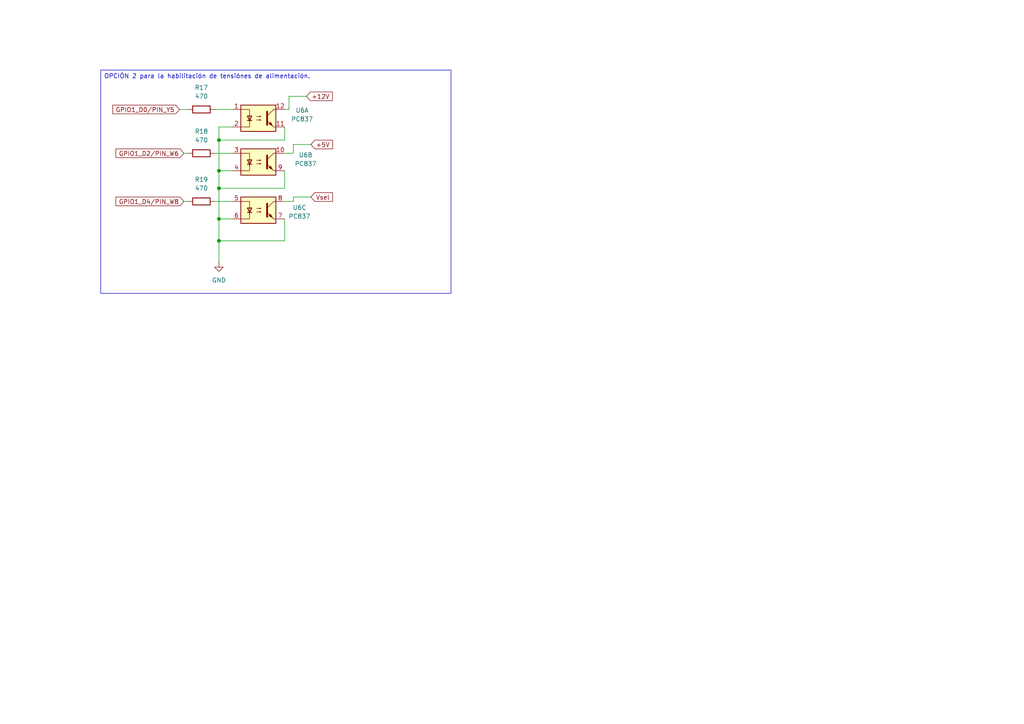
<source format=kicad_sch>
(kicad_sch
	(version 20250114)
	(generator "eeschema")
	(generator_version "9.0")
	(uuid "b0482117-2cff-4298-a95e-0fa87591326e")
	(paper "A4")
	(lib_symbols
		(symbol "Device:R"
			(pin_numbers
				(hide yes)
			)
			(pin_names
				(offset 0)
			)
			(exclude_from_sim no)
			(in_bom yes)
			(on_board yes)
			(property "Reference" "R"
				(at 2.032 0 90)
				(effects
					(font
						(size 1.27 1.27)
					)
				)
			)
			(property "Value" "R"
				(at 0 0 90)
				(effects
					(font
						(size 1.27 1.27)
					)
				)
			)
			(property "Footprint" ""
				(at -1.778 0 90)
				(effects
					(font
						(size 1.27 1.27)
					)
					(hide yes)
				)
			)
			(property "Datasheet" "~"
				(at 0 0 0)
				(effects
					(font
						(size 1.27 1.27)
					)
					(hide yes)
				)
			)
			(property "Description" "Resistor"
				(at 0 0 0)
				(effects
					(font
						(size 1.27 1.27)
					)
					(hide yes)
				)
			)
			(property "ki_keywords" "R res resistor"
				(at 0 0 0)
				(effects
					(font
						(size 1.27 1.27)
					)
					(hide yes)
				)
			)
			(property "ki_fp_filters" "R_*"
				(at 0 0 0)
				(effects
					(font
						(size 1.27 1.27)
					)
					(hide yes)
				)
			)
			(symbol "R_0_1"
				(rectangle
					(start -1.016 -2.54)
					(end 1.016 2.54)
					(stroke
						(width 0.254)
						(type default)
					)
					(fill
						(type none)
					)
				)
			)
			(symbol "R_1_1"
				(pin passive line
					(at 0 3.81 270)
					(length 1.27)
					(name "~"
						(effects
							(font
								(size 1.27 1.27)
							)
						)
					)
					(number "1"
						(effects
							(font
								(size 1.27 1.27)
							)
						)
					)
				)
				(pin passive line
					(at 0 -3.81 90)
					(length 1.27)
					(name "~"
						(effects
							(font
								(size 1.27 1.27)
							)
						)
					)
					(number "2"
						(effects
							(font
								(size 1.27 1.27)
							)
						)
					)
				)
			)
			(embedded_fonts no)
		)
		(symbol "Isolator:PC837"
			(pin_names
				(offset 1.016)
			)
			(exclude_from_sim no)
			(in_bom yes)
			(on_board yes)
			(property "Reference" "U"
				(at -5.08 5.08 0)
				(effects
					(font
						(size 1.27 1.27)
					)
					(justify left)
				)
			)
			(property "Value" "PC837"
				(at 0 5.08 0)
				(effects
					(font
						(size 1.27 1.27)
					)
					(justify left)
				)
			)
			(property "Footprint" "Package_DIP:DIP-12_W7.62mm"
				(at -5.08 -5.08 0)
				(effects
					(font
						(size 1.27 1.27)
						(italic yes)
					)
					(justify left)
					(hide yes)
				)
			)
			(property "Datasheet" "http://www.soselectronic.cz/a_info/resource/d/pc817.pdf"
				(at 0 0 0)
				(effects
					(font
						(size 1.27 1.27)
					)
					(justify left)
					(hide yes)
				)
			)
			(property "Description" "DC Triple Optocoupler, Vce 35V, CTR 50-300%, DIP12"
				(at 0 0 0)
				(effects
					(font
						(size 1.27 1.27)
					)
					(hide yes)
				)
			)
			(property "ki_keywords" "NPN DC Triple Optocoupler"
				(at 0 0 0)
				(effects
					(font
						(size 1.27 1.27)
					)
					(hide yes)
				)
			)
			(property "ki_fp_filters" "DIP*W7.62mm*"
				(at 0 0 0)
				(effects
					(font
						(size 1.27 1.27)
					)
					(hide yes)
				)
			)
			(symbol "PC837_0_1"
				(rectangle
					(start -5.08 3.81)
					(end 5.08 -3.81)
					(stroke
						(width 0.254)
						(type default)
					)
					(fill
						(type background)
					)
				)
				(polyline
					(pts
						(xy -5.08 2.54) (xy -2.54 2.54) (xy -2.54 -1.27) (xy -2.54 0.635)
					)
					(stroke
						(width 0)
						(type default)
					)
					(fill
						(type none)
					)
				)
				(polyline
					(pts
						(xy -3.175 -0.635) (xy -1.905 -0.635)
					)
					(stroke
						(width 0.254)
						(type default)
					)
					(fill
						(type none)
					)
				)
				(polyline
					(pts
						(xy -2.54 -0.635) (xy -2.54 -2.54) (xy -5.08 -2.54)
					)
					(stroke
						(width 0)
						(type default)
					)
					(fill
						(type none)
					)
				)
				(polyline
					(pts
						(xy -2.54 -0.635) (xy -3.175 0.635) (xy -1.905 0.635) (xy -2.54 -0.635)
					)
					(stroke
						(width 0.254)
						(type default)
					)
					(fill
						(type none)
					)
				)
				(polyline
					(pts
						(xy -0.508 0.508) (xy 0.762 0.508) (xy 0.381 0.381) (xy 0.381 0.635) (xy 0.762 0.508)
					)
					(stroke
						(width 0)
						(type default)
					)
					(fill
						(type none)
					)
				)
				(polyline
					(pts
						(xy -0.508 -0.508) (xy 0.762 -0.508) (xy 0.381 -0.635) (xy 0.381 -0.381) (xy 0.762 -0.508)
					)
					(stroke
						(width 0)
						(type default)
					)
					(fill
						(type none)
					)
				)
				(polyline
					(pts
						(xy 2.54 1.905) (xy 2.54 -1.905) (xy 2.54 -1.905)
					)
					(stroke
						(width 0.508)
						(type default)
					)
					(fill
						(type none)
					)
				)
				(polyline
					(pts
						(xy 2.54 0.635) (xy 4.445 2.54)
					)
					(stroke
						(width 0)
						(type default)
					)
					(fill
						(type none)
					)
				)
				(polyline
					(pts
						(xy 3.048 -1.651) (xy 3.556 -1.143) (xy 4.064 -2.159) (xy 3.048 -1.651) (xy 3.048 -1.651)
					)
					(stroke
						(width 0)
						(type default)
					)
					(fill
						(type outline)
					)
				)
				(polyline
					(pts
						(xy 4.445 2.54) (xy 5.08 2.54)
					)
					(stroke
						(width 0)
						(type default)
					)
					(fill
						(type none)
					)
				)
				(polyline
					(pts
						(xy 4.445 -2.54) (xy 2.54 -0.635)
					)
					(stroke
						(width 0)
						(type default)
					)
					(fill
						(type outline)
					)
				)
				(polyline
					(pts
						(xy 4.445 -2.54) (xy 5.08 -2.54)
					)
					(stroke
						(width 0)
						(type default)
					)
					(fill
						(type none)
					)
				)
			)
			(symbol "PC837_1_1"
				(pin passive line
					(at -7.62 2.54 0)
					(length 2.54)
					(name "~"
						(effects
							(font
								(size 1.27 1.27)
							)
						)
					)
					(number "1"
						(effects
							(font
								(size 1.27 1.27)
							)
						)
					)
				)
				(pin passive line
					(at -7.62 -2.54 0)
					(length 2.54)
					(name "~"
						(effects
							(font
								(size 1.27 1.27)
							)
						)
					)
					(number "2"
						(effects
							(font
								(size 1.27 1.27)
							)
						)
					)
				)
				(pin passive line
					(at 7.62 2.54 180)
					(length 2.54)
					(name "~"
						(effects
							(font
								(size 1.27 1.27)
							)
						)
					)
					(number "12"
						(effects
							(font
								(size 1.27 1.27)
							)
						)
					)
				)
				(pin passive line
					(at 7.62 -2.54 180)
					(length 2.54)
					(name "~"
						(effects
							(font
								(size 1.27 1.27)
							)
						)
					)
					(number "11"
						(effects
							(font
								(size 1.27 1.27)
							)
						)
					)
				)
			)
			(symbol "PC837_2_1"
				(pin passive line
					(at -7.62 2.54 0)
					(length 2.54)
					(name "~"
						(effects
							(font
								(size 1.27 1.27)
							)
						)
					)
					(number "3"
						(effects
							(font
								(size 1.27 1.27)
							)
						)
					)
				)
				(pin passive line
					(at -7.62 -2.54 0)
					(length 2.54)
					(name "~"
						(effects
							(font
								(size 1.27 1.27)
							)
						)
					)
					(number "4"
						(effects
							(font
								(size 1.27 1.27)
							)
						)
					)
				)
				(pin passive line
					(at 7.62 2.54 180)
					(length 2.54)
					(name "~"
						(effects
							(font
								(size 1.27 1.27)
							)
						)
					)
					(number "10"
						(effects
							(font
								(size 1.27 1.27)
							)
						)
					)
				)
				(pin passive line
					(at 7.62 -2.54 180)
					(length 2.54)
					(name "~"
						(effects
							(font
								(size 1.27 1.27)
							)
						)
					)
					(number "9"
						(effects
							(font
								(size 1.27 1.27)
							)
						)
					)
				)
			)
			(symbol "PC837_3_1"
				(pin passive line
					(at -7.62 2.54 0)
					(length 2.54)
					(name "~"
						(effects
							(font
								(size 1.27 1.27)
							)
						)
					)
					(number "5"
						(effects
							(font
								(size 1.27 1.27)
							)
						)
					)
				)
				(pin passive line
					(at -7.62 -2.54 0)
					(length 2.54)
					(name "~"
						(effects
							(font
								(size 1.27 1.27)
							)
						)
					)
					(number "6"
						(effects
							(font
								(size 1.27 1.27)
							)
						)
					)
				)
				(pin passive line
					(at 7.62 2.54 180)
					(length 2.54)
					(name "~"
						(effects
							(font
								(size 1.27 1.27)
							)
						)
					)
					(number "8"
						(effects
							(font
								(size 1.27 1.27)
							)
						)
					)
				)
				(pin passive line
					(at 7.62 -2.54 180)
					(length 2.54)
					(name "~"
						(effects
							(font
								(size 1.27 1.27)
							)
						)
					)
					(number "7"
						(effects
							(font
								(size 1.27 1.27)
							)
						)
					)
				)
			)
			(embedded_fonts no)
		)
		(symbol "power:GND"
			(power)
			(pin_numbers
				(hide yes)
			)
			(pin_names
				(offset 0)
				(hide yes)
			)
			(exclude_from_sim no)
			(in_bom yes)
			(on_board yes)
			(property "Reference" "#PWR"
				(at 0 -6.35 0)
				(effects
					(font
						(size 1.27 1.27)
					)
					(hide yes)
				)
			)
			(property "Value" "GND"
				(at 0 -3.81 0)
				(effects
					(font
						(size 1.27 1.27)
					)
				)
			)
			(property "Footprint" ""
				(at 0 0 0)
				(effects
					(font
						(size 1.27 1.27)
					)
					(hide yes)
				)
			)
			(property "Datasheet" ""
				(at 0 0 0)
				(effects
					(font
						(size 1.27 1.27)
					)
					(hide yes)
				)
			)
			(property "Description" "Power symbol creates a global label with name \"GND\" , ground"
				(at 0 0 0)
				(effects
					(font
						(size 1.27 1.27)
					)
					(hide yes)
				)
			)
			(property "ki_keywords" "global power"
				(at 0 0 0)
				(effects
					(font
						(size 1.27 1.27)
					)
					(hide yes)
				)
			)
			(symbol "GND_0_1"
				(polyline
					(pts
						(xy 0 0) (xy 0 -1.27) (xy 1.27 -1.27) (xy 0 -2.54) (xy -1.27 -1.27) (xy 0 -1.27)
					)
					(stroke
						(width 0)
						(type default)
					)
					(fill
						(type none)
					)
				)
			)
			(symbol "GND_1_1"
				(pin power_in line
					(at 0 0 270)
					(length 0)
					(name "~"
						(effects
							(font
								(size 1.27 1.27)
							)
						)
					)
					(number "1"
						(effects
							(font
								(size 1.27 1.27)
							)
						)
					)
				)
			)
			(embedded_fonts no)
		)
	)
	(text_box "OPCIÓN 2 para la habilitación de tensiónes de alimentación."
		(exclude_from_sim no)
		(at 29.21 20.32 0)
		(size 101.6 64.77)
		(margins 0.9525 0.9525 0.9525 0.9525)
		(stroke
			(width 0)
			(type solid)
		)
		(fill
			(type none)
		)
		(effects
			(font
				(size 1.27 1.27)
			)
			(justify left top)
		)
		(uuid "029559d1-bc05-4e1c-a5c0-1925d1c6979f")
	)
	(junction
		(at 63.5 40.64)
		(diameter 0)
		(color 0 0 0 0)
		(uuid "62f48484-706a-4056-be9a-5adc2a32b327")
	)
	(junction
		(at 63.5 63.5)
		(diameter 0)
		(color 0 0 0 0)
		(uuid "9672e29d-002e-4030-a309-ad5a964cbf13")
	)
	(junction
		(at 63.5 49.53)
		(diameter 0)
		(color 0 0 0 0)
		(uuid "a8148286-6ddd-450c-964d-6e589d22b138")
	)
	(junction
		(at 63.5 54.61)
		(diameter 0)
		(color 0 0 0 0)
		(uuid "de01b461-7a4b-480e-b472-5725400b23b8")
	)
	(junction
		(at 63.5 69.85)
		(diameter 0)
		(color 0 0 0 0)
		(uuid "ee233eda-244c-4017-b0fc-38e21af93fcb")
	)
	(wire
		(pts
			(xy 82.55 63.5) (xy 82.55 69.85)
		)
		(stroke
			(width 0)
			(type default)
		)
		(uuid "02b03705-d69e-440e-bc88-8818e754bfa5")
	)
	(wire
		(pts
			(xy 83.82 27.94) (xy 88.9 27.94)
		)
		(stroke
			(width 0)
			(type default)
		)
		(uuid "08246e46-8c1a-4930-ae76-e854d57f2396")
	)
	(wire
		(pts
			(xy 63.5 63.5) (xy 67.31 63.5)
		)
		(stroke
			(width 0)
			(type default)
		)
		(uuid "10d78441-afc7-44ce-ae97-a3050cc6f239")
	)
	(wire
		(pts
			(xy 85.09 44.45) (xy 85.09 41.91)
		)
		(stroke
			(width 0)
			(type default)
		)
		(uuid "11b33a41-bb63-4ef9-8ba1-10c6685c4bd5")
	)
	(wire
		(pts
			(xy 63.5 49.53) (xy 67.31 49.53)
		)
		(stroke
			(width 0)
			(type default)
		)
		(uuid "1337b034-8504-4b35-b51f-30d95fa0d65a")
	)
	(wire
		(pts
			(xy 63.5 54.61) (xy 63.5 63.5)
		)
		(stroke
			(width 0)
			(type default)
		)
		(uuid "187f6600-2f30-4954-8169-5cb10790245c")
	)
	(wire
		(pts
			(xy 82.55 36.83) (xy 82.55 40.64)
		)
		(stroke
			(width 0)
			(type default)
		)
		(uuid "1fb44354-593c-499a-b1a5-a0c6bbb8f4e5")
	)
	(wire
		(pts
			(xy 82.55 54.61) (xy 63.5 54.61)
		)
		(stroke
			(width 0)
			(type default)
		)
		(uuid "25d9becb-cd76-4c40-a017-c8d776c0067a")
	)
	(wire
		(pts
			(xy 62.23 58.42) (xy 67.31 58.42)
		)
		(stroke
			(width 0)
			(type default)
		)
		(uuid "375e74c4-ba32-4df4-9c2d-3c6e8681bd37")
	)
	(wire
		(pts
			(xy 63.5 63.5) (xy 63.5 69.85)
		)
		(stroke
			(width 0)
			(type default)
		)
		(uuid "37db6b54-d7e3-4a7d-a574-75ccf395e41f")
	)
	(wire
		(pts
			(xy 63.5 49.53) (xy 63.5 54.61)
		)
		(stroke
			(width 0)
			(type default)
		)
		(uuid "3db8aac7-8ea3-42f1-9c75-33d248631904")
	)
	(wire
		(pts
			(xy 82.55 49.53) (xy 82.55 54.61)
		)
		(stroke
			(width 0)
			(type default)
		)
		(uuid "3ee481ff-1d7d-4265-a85f-4566b589b427")
	)
	(wire
		(pts
			(xy 63.5 69.85) (xy 63.5 76.2)
		)
		(stroke
			(width 0)
			(type default)
		)
		(uuid "59d6f537-e66b-468d-b0c4-c3562ffcade6")
	)
	(wire
		(pts
			(xy 52.07 31.75) (xy 54.61 31.75)
		)
		(stroke
			(width 0)
			(type default)
		)
		(uuid "5acb56cf-3556-4fe4-ab83-d5b3a863aa7f")
	)
	(wire
		(pts
			(xy 85.09 58.42) (xy 85.09 57.15)
		)
		(stroke
			(width 0)
			(type default)
		)
		(uuid "5d032e6a-82d8-4610-b0f4-4b0983749c96")
	)
	(wire
		(pts
			(xy 63.5 36.83) (xy 63.5 40.64)
		)
		(stroke
			(width 0)
			(type default)
		)
		(uuid "5f87e447-9f8c-4022-b08c-03dc0c09f85d")
	)
	(wire
		(pts
			(xy 62.23 44.45) (xy 67.31 44.45)
		)
		(stroke
			(width 0)
			(type default)
		)
		(uuid "6c5fe946-b0ef-493e-8a9b-871c68c971df")
	)
	(wire
		(pts
			(xy 82.55 31.75) (xy 83.82 31.75)
		)
		(stroke
			(width 0)
			(type default)
		)
		(uuid "76775890-91dd-4793-b172-a1c6742709a3")
	)
	(wire
		(pts
			(xy 85.09 57.15) (xy 90.17 57.15)
		)
		(stroke
			(width 0)
			(type default)
		)
		(uuid "7a8846c0-b17f-426b-8714-50c1fef10698")
	)
	(wire
		(pts
			(xy 82.55 69.85) (xy 63.5 69.85)
		)
		(stroke
			(width 0)
			(type default)
		)
		(uuid "837e2c4f-fd59-4e74-8a57-3df04084d900")
	)
	(wire
		(pts
			(xy 53.34 44.45) (xy 54.61 44.45)
		)
		(stroke
			(width 0)
			(type default)
		)
		(uuid "8c9dd690-24e0-48c8-af1d-2569a5cfdef7")
	)
	(wire
		(pts
			(xy 53.34 58.42) (xy 54.61 58.42)
		)
		(stroke
			(width 0)
			(type default)
		)
		(uuid "a0e14a11-e557-4461-b329-c8358ca6975c")
	)
	(wire
		(pts
			(xy 83.82 31.75) (xy 83.82 27.94)
		)
		(stroke
			(width 0)
			(type default)
		)
		(uuid "a8d5c89f-7cd2-4ca7-8b78-99daa4c85f5f")
	)
	(wire
		(pts
			(xy 82.55 58.42) (xy 85.09 58.42)
		)
		(stroke
			(width 0)
			(type default)
		)
		(uuid "c053a181-f43a-4353-be70-ff55b4a2f58e")
	)
	(wire
		(pts
			(xy 67.31 36.83) (xy 63.5 36.83)
		)
		(stroke
			(width 0)
			(type default)
		)
		(uuid "c151619c-eb95-4963-b4b3-00688684c65d")
	)
	(wire
		(pts
			(xy 82.55 40.64) (xy 63.5 40.64)
		)
		(stroke
			(width 0)
			(type default)
		)
		(uuid "c68faa98-2ea4-41ff-a48c-cc7ece7624e5")
	)
	(wire
		(pts
			(xy 63.5 40.64) (xy 63.5 49.53)
		)
		(stroke
			(width 0)
			(type default)
		)
		(uuid "c6f0f248-5272-47ab-ab25-9f97b6914eb2")
	)
	(wire
		(pts
			(xy 62.23 31.75) (xy 67.31 31.75)
		)
		(stroke
			(width 0)
			(type default)
		)
		(uuid "f5107897-0046-42e8-9bda-e729c2e45c3d")
	)
	(wire
		(pts
			(xy 85.09 41.91) (xy 90.17 41.91)
		)
		(stroke
			(width 0)
			(type default)
		)
		(uuid "fa693606-fe8d-44f6-8208-3c529522093f")
	)
	(wire
		(pts
			(xy 82.55 44.45) (xy 85.09 44.45)
		)
		(stroke
			(width 0)
			(type default)
		)
		(uuid "faa523e9-b611-48c4-bdfe-de03478e1ce3")
	)
	(global_label "+12V"
		(shape input)
		(at 88.9 27.94 0)
		(fields_autoplaced yes)
		(effects
			(font
				(size 1.27 1.27)
			)
			(justify left)
		)
		(uuid "24a5ad62-c1a5-4b8b-b4b4-a560c618941a")
		(property "Intersheetrefs" "${INTERSHEET_REFS}"
			(at 96.9652 27.94 0)
			(effects
				(font
					(size 1.27 1.27)
				)
				(justify left)
				(hide yes)
			)
		)
	)
	(global_label "+5V"
		(shape input)
		(at 90.17 41.91 0)
		(fields_autoplaced yes)
		(effects
			(font
				(size 1.27 1.27)
			)
			(justify left)
		)
		(uuid "2c8da2d4-8f0d-47a3-8e41-f92cfa95f457")
		(property "Intersheetrefs" "${INTERSHEET_REFS}"
			(at 97.0257 41.91 0)
			(effects
				(font
					(size 1.27 1.27)
				)
				(justify left)
				(hide yes)
			)
		)
	)
	(global_label "GPIO1_D2{slash}PIN_W6"
		(shape input)
		(at 53.34 44.45 180)
		(fields_autoplaced yes)
		(effects
			(font
				(size 1.27 1.27)
			)
			(justify right)
		)
		(uuid "3146f481-f283-4dc8-b4c9-e6865c9358eb")
		(property "Intersheetrefs" "${INTERSHEET_REFS}"
			(at 33.0586 44.45 0)
			(effects
				(font
					(size 1.27 1.27)
				)
				(justify right)
				(hide yes)
			)
		)
	)
	(global_label "Vsel"
		(shape input)
		(at 90.17 57.15 0)
		(fields_autoplaced yes)
		(effects
			(font
				(size 1.27 1.27)
			)
			(justify left)
		)
		(uuid "381fed43-4b5d-400d-abba-4cedae69e875")
		(property "Intersheetrefs" "${INTERSHEET_REFS}"
			(at 97.0257 57.15 0)
			(effects
				(font
					(size 1.27 1.27)
				)
				(justify left)
				(hide yes)
			)
		)
	)
	(global_label "GPIO1_D4{slash}PIN_W8"
		(shape input)
		(at 53.34 58.42 180)
		(fields_autoplaced yes)
		(effects
			(font
				(size 1.27 1.27)
			)
			(justify right)
		)
		(uuid "4ba5fff4-965c-464f-80fe-2910b73997f8")
		(property "Intersheetrefs" "${INTERSHEET_REFS}"
			(at 33.0586 58.42 0)
			(effects
				(font
					(size 1.27 1.27)
				)
				(justify right)
				(hide yes)
			)
		)
	)
	(global_label "GPIO1_D0{slash}PIN_Y5"
		(shape input)
		(at 52.07 31.75 180)
		(fields_autoplaced yes)
		(effects
			(font
				(size 1.27 1.27)
			)
			(justify right)
		)
		(uuid "f0f86981-06da-4b45-b4fc-c0765de04af1")
		(property "Intersheetrefs" "${INTERSHEET_REFS}"
			(at 32.1514 31.75 0)
			(effects
				(font
					(size 1.27 1.27)
				)
				(justify right)
				(hide yes)
			)
		)
	)
	(symbol
		(lib_id "Device:R")
		(at 58.42 44.45 90)
		(unit 1)
		(exclude_from_sim no)
		(in_bom yes)
		(on_board yes)
		(dnp no)
		(fields_autoplaced yes)
		(uuid "2fe5f179-cd94-4a5f-9c81-c3459ea92953")
		(property "Reference" "R18"
			(at 58.42 38.1 90)
			(effects
				(font
					(size 1.27 1.27)
				)
			)
		)
		(property "Value" "470"
			(at 58.42 40.64 90)
			(effects
				(font
					(size 1.27 1.27)
				)
			)
		)
		(property "Footprint" ""
			(at 58.42 46.228 90)
			(effects
				(font
					(size 1.27 1.27)
				)
				(hide yes)
			)
		)
		(property "Datasheet" "~"
			(at 58.42 44.45 0)
			(effects
				(font
					(size 1.27 1.27)
				)
				(hide yes)
			)
		)
		(property "Description" "Resistor"
			(at 58.42 44.45 0)
			(effects
				(font
					(size 1.27 1.27)
				)
				(hide yes)
			)
		)
		(pin "1"
			(uuid "2c74e1ac-863b-4a85-9d75-e583cd4d894b")
		)
		(pin "2"
			(uuid "aa2a48df-fe75-41a1-8c3c-e9eb50939217")
		)
		(instances
			(project "TFG_EC"
				(path "/03cb4eb5-4821-4614-a602-b5718b8b667e/028a39ab-b500-4b7f-8ed7-bc270a9a83ea"
					(reference "R18")
					(unit 1)
				)
			)
		)
	)
	(symbol
		(lib_id "Isolator:PC837")
		(at 74.93 60.96 0)
		(unit 3)
		(exclude_from_sim no)
		(in_bom yes)
		(on_board yes)
		(dnp no)
		(uuid "6c0a502a-a217-4b6f-ba61-8b1e002cfb58")
		(property "Reference" "U6"
			(at 86.868 60.198 0)
			(effects
				(font
					(size 1.27 1.27)
				)
			)
		)
		(property "Value" "PC837"
			(at 86.868 62.738 0)
			(effects
				(font
					(size 1.27 1.27)
				)
			)
		)
		(property "Footprint" "Package_DIP:DIP-12_W7.62mm"
			(at 69.85 66.04 0)
			(effects
				(font
					(size 1.27 1.27)
					(italic yes)
				)
				(justify left)
				(hide yes)
			)
		)
		(property "Datasheet" "http://www.soselectronic.cz/a_info/resource/d/pc817.pdf"
			(at 74.93 60.96 0)
			(effects
				(font
					(size 1.27 1.27)
				)
				(justify left)
				(hide yes)
			)
		)
		(property "Description" "DC Triple Optocoupler, Vce 35V, CTR 50-300%, DIP12"
			(at 74.93 60.96 0)
			(effects
				(font
					(size 1.27 1.27)
				)
				(hide yes)
			)
		)
		(pin "8"
			(uuid "7368f84e-5af1-4d60-bb71-9a05e45b8d85")
		)
		(pin "12"
			(uuid "5c177509-0ad6-4035-95e3-11f403a896c4")
		)
		(pin "10"
			(uuid "25df4053-465e-4751-a46b-0993ce7b5d3d")
		)
		(pin "9"
			(uuid "02e38043-1d83-4a1f-93ed-dbfc5dbcf63f")
		)
		(pin "11"
			(uuid "47dd32ee-e87a-4257-986b-0ead6fbc806f")
		)
		(pin "5"
			(uuid "644a2915-f502-4f81-9c59-72225d04b8e5")
		)
		(pin "6"
			(uuid "d4dfa7a5-9697-4489-bf18-9a88fa17da12")
		)
		(pin "3"
			(uuid "d6b6cb99-996e-46c0-ab63-00c95b986005")
		)
		(pin "4"
			(uuid "78879207-37bb-4f1f-b1be-500552ae1164")
		)
		(pin "7"
			(uuid "f4ff384a-d0e6-46fc-9264-f7caceb2ec75")
		)
		(pin "1"
			(uuid "d19bcd19-e68c-4ff1-8d8c-4b330531c265")
		)
		(pin "2"
			(uuid "e35e17a0-7de8-4106-b4a2-fc02a4da81a6")
		)
		(instances
			(project "TFG_EC"
				(path "/03cb4eb5-4821-4614-a602-b5718b8b667e/028a39ab-b500-4b7f-8ed7-bc270a9a83ea"
					(reference "U6")
					(unit 3)
				)
			)
		)
	)
	(symbol
		(lib_id "power:GND")
		(at 63.5 76.2 0)
		(unit 1)
		(exclude_from_sim no)
		(in_bom yes)
		(on_board yes)
		(dnp no)
		(fields_autoplaced yes)
		(uuid "728d6b32-39c5-4bc3-b7a5-e9cfb3af55b9")
		(property "Reference" "#PWR08"
			(at 63.5 82.55 0)
			(effects
				(font
					(size 1.27 1.27)
				)
				(hide yes)
			)
		)
		(property "Value" "GND"
			(at 63.5 81.28 0)
			(effects
				(font
					(size 1.27 1.27)
				)
			)
		)
		(property "Footprint" ""
			(at 63.5 76.2 0)
			(effects
				(font
					(size 1.27 1.27)
				)
				(hide yes)
			)
		)
		(property "Datasheet" ""
			(at 63.5 76.2 0)
			(effects
				(font
					(size 1.27 1.27)
				)
				(hide yes)
			)
		)
		(property "Description" "Power symbol creates a global label with name \"GND\" , ground"
			(at 63.5 76.2 0)
			(effects
				(font
					(size 1.27 1.27)
				)
				(hide yes)
			)
		)
		(pin "1"
			(uuid "1793bdbf-e28d-4752-a1de-2b42c27db63e")
		)
		(instances
			(project "TFG_EC"
				(path "/03cb4eb5-4821-4614-a602-b5718b8b667e/028a39ab-b500-4b7f-8ed7-bc270a9a83ea"
					(reference "#PWR08")
					(unit 1)
				)
			)
		)
	)
	(symbol
		(lib_id "Device:R")
		(at 58.42 58.42 90)
		(unit 1)
		(exclude_from_sim no)
		(in_bom yes)
		(on_board yes)
		(dnp no)
		(fields_autoplaced yes)
		(uuid "792fef42-b813-4db9-a245-96a9c088f797")
		(property "Reference" "R19"
			(at 58.42 52.07 90)
			(effects
				(font
					(size 1.27 1.27)
				)
			)
		)
		(property "Value" "470"
			(at 58.42 54.61 90)
			(effects
				(font
					(size 1.27 1.27)
				)
			)
		)
		(property "Footprint" ""
			(at 58.42 60.198 90)
			(effects
				(font
					(size 1.27 1.27)
				)
				(hide yes)
			)
		)
		(property "Datasheet" "~"
			(at 58.42 58.42 0)
			(effects
				(font
					(size 1.27 1.27)
				)
				(hide yes)
			)
		)
		(property "Description" "Resistor"
			(at 58.42 58.42 0)
			(effects
				(font
					(size 1.27 1.27)
				)
				(hide yes)
			)
		)
		(pin "1"
			(uuid "9a777c1b-fbc2-4083-8a3b-ab0286201815")
		)
		(pin "2"
			(uuid "2c69a06a-f0a5-41bc-81b0-c9de8d8713b6")
		)
		(instances
			(project "TFG_EC"
				(path "/03cb4eb5-4821-4614-a602-b5718b8b667e/028a39ab-b500-4b7f-8ed7-bc270a9a83ea"
					(reference "R19")
					(unit 1)
				)
			)
		)
	)
	(symbol
		(lib_id "Isolator:PC837")
		(at 74.93 34.29 0)
		(unit 1)
		(exclude_from_sim no)
		(in_bom yes)
		(on_board yes)
		(dnp no)
		(uuid "9ba80e9e-93b0-4bd2-9c20-5971dc5b489d")
		(property "Reference" "U6"
			(at 87.63 32.004 0)
			(effects
				(font
					(size 1.27 1.27)
				)
			)
		)
		(property "Value" "PC837"
			(at 87.63 34.544 0)
			(effects
				(font
					(size 1.27 1.27)
				)
			)
		)
		(property "Footprint" "Package_DIP:DIP-12_W7.62mm"
			(at 69.85 39.37 0)
			(effects
				(font
					(size 1.27 1.27)
					(italic yes)
				)
				(justify left)
				(hide yes)
			)
		)
		(property "Datasheet" "http://www.soselectronic.cz/a_info/resource/d/pc817.pdf"
			(at 74.93 34.29 0)
			(effects
				(font
					(size 1.27 1.27)
				)
				(justify left)
				(hide yes)
			)
		)
		(property "Description" "DC Triple Optocoupler, Vce 35V, CTR 50-300%, DIP12"
			(at 74.93 34.29 0)
			(effects
				(font
					(size 1.27 1.27)
				)
				(hide yes)
			)
		)
		(pin "8"
			(uuid "9ade73ba-3bd8-405d-9522-fd92cf11320d")
		)
		(pin "12"
			(uuid "1bdc07dd-17b1-4a81-b8ac-3bff93dab60a")
		)
		(pin "10"
			(uuid "25df4053-465e-4751-a46b-0993ce7b5d3b")
		)
		(pin "9"
			(uuid "02e38043-1d83-4a1f-93ed-dbfc5dbcf63d")
		)
		(pin "11"
			(uuid "306e7366-7b2a-475f-9de1-cfbbeab72a9f")
		)
		(pin "5"
			(uuid "3dc34863-2c2a-4490-ba12-7e785596032e")
		)
		(pin "6"
			(uuid "9a750b8e-4576-435b-a208-04ea8da8c066")
		)
		(pin "3"
			(uuid "d6b6cb99-996e-46c0-ab63-00c95b986003")
		)
		(pin "4"
			(uuid "78879207-37bb-4f1f-b1be-500552ae1162")
		)
		(pin "7"
			(uuid "fa800930-e67b-40ea-80bb-ef6ff02d3267")
		)
		(pin "1"
			(uuid "fd5bb49c-8246-4c04-823c-725372d29d74")
		)
		(pin "2"
			(uuid "9c9c0716-d21e-4092-b76c-dc4d991e17fb")
		)
		(instances
			(project "TFG_EC"
				(path "/03cb4eb5-4821-4614-a602-b5718b8b667e/028a39ab-b500-4b7f-8ed7-bc270a9a83ea"
					(reference "U6")
					(unit 1)
				)
			)
		)
	)
	(symbol
		(lib_id "Isolator:PC837")
		(at 74.93 46.99 0)
		(unit 2)
		(exclude_from_sim no)
		(in_bom yes)
		(on_board yes)
		(dnp no)
		(uuid "ddb9aa2f-de3c-4ee6-b46b-a4b5cc7d54a3")
		(property "Reference" "U6"
			(at 88.646 44.958 0)
			(effects
				(font
					(size 1.27 1.27)
				)
			)
		)
		(property "Value" "PC837"
			(at 88.646 47.498 0)
			(effects
				(font
					(size 1.27 1.27)
				)
			)
		)
		(property "Footprint" "Package_DIP:DIP-12_W7.62mm"
			(at 69.85 52.07 0)
			(effects
				(font
					(size 1.27 1.27)
					(italic yes)
				)
				(justify left)
				(hide yes)
			)
		)
		(property "Datasheet" "http://www.soselectronic.cz/a_info/resource/d/pc817.pdf"
			(at 74.93 46.99 0)
			(effects
				(font
					(size 1.27 1.27)
				)
				(justify left)
				(hide yes)
			)
		)
		(property "Description" "DC Triple Optocoupler, Vce 35V, CTR 50-300%, DIP12"
			(at 74.93 46.99 0)
			(effects
				(font
					(size 1.27 1.27)
				)
				(hide yes)
			)
		)
		(pin "8"
			(uuid "9ade73ba-3bd8-405d-9522-fd92cf11320e")
		)
		(pin "12"
			(uuid "5c177509-0ad6-4035-95e3-11f403a896c3")
		)
		(pin "10"
			(uuid "de0bbf4a-48b8-44ac-85e3-cd2cd1bbc701")
		)
		(pin "9"
			(uuid "9c090e7b-749a-41a6-b668-e6b269d14dc0")
		)
		(pin "11"
			(uuid "47dd32ee-e87a-4257-986b-0ead6fbc806e")
		)
		(pin "5"
			(uuid "3dc34863-2c2a-4490-ba12-7e785596032f")
		)
		(pin "6"
			(uuid "9a750b8e-4576-435b-a208-04ea8da8c067")
		)
		(pin "3"
			(uuid "fe64e494-2b7b-4e82-a6e0-8a32f2711da5")
		)
		(pin "4"
			(uuid "74b3b230-156a-42d1-bb51-ae7e1cb57bdb")
		)
		(pin "7"
			(uuid "fa800930-e67b-40ea-80bb-ef6ff02d3268")
		)
		(pin "1"
			(uuid "d19bcd19-e68c-4ff1-8d8c-4b330531c264")
		)
		(pin "2"
			(uuid "e35e17a0-7de8-4106-b4a2-fc02a4da81a5")
		)
		(instances
			(project "TFG_EC"
				(path "/03cb4eb5-4821-4614-a602-b5718b8b667e/028a39ab-b500-4b7f-8ed7-bc270a9a83ea"
					(reference "U6")
					(unit 2)
				)
			)
		)
	)
	(symbol
		(lib_id "Device:R")
		(at 58.42 31.75 90)
		(unit 1)
		(exclude_from_sim no)
		(in_bom yes)
		(on_board yes)
		(dnp no)
		(fields_autoplaced yes)
		(uuid "e27a45be-1f1a-4e72-9d1d-2f10f5877b42")
		(property "Reference" "R17"
			(at 58.42 25.4 90)
			(effects
				(font
					(size 1.27 1.27)
				)
			)
		)
		(property "Value" "470"
			(at 58.42 27.94 90)
			(effects
				(font
					(size 1.27 1.27)
				)
			)
		)
		(property "Footprint" ""
			(at 58.42 33.528 90)
			(effects
				(font
					(size 1.27 1.27)
				)
				(hide yes)
			)
		)
		(property "Datasheet" "~"
			(at 58.42 31.75 0)
			(effects
				(font
					(size 1.27 1.27)
				)
				(hide yes)
			)
		)
		(property "Description" "Resistor"
			(at 58.42 31.75 0)
			(effects
				(font
					(size 1.27 1.27)
				)
				(hide yes)
			)
		)
		(pin "1"
			(uuid "43b76695-6f53-407f-93da-173d540ce4ed")
		)
		(pin "2"
			(uuid "aa1d07c8-03c0-476b-8d50-a26c6868928c")
		)
		(instances
			(project "TFG_EC"
				(path "/03cb4eb5-4821-4614-a602-b5718b8b667e/028a39ab-b500-4b7f-8ed7-bc270a9a83ea"
					(reference "R17")
					(unit 1)
				)
			)
		)
	)
)

</source>
